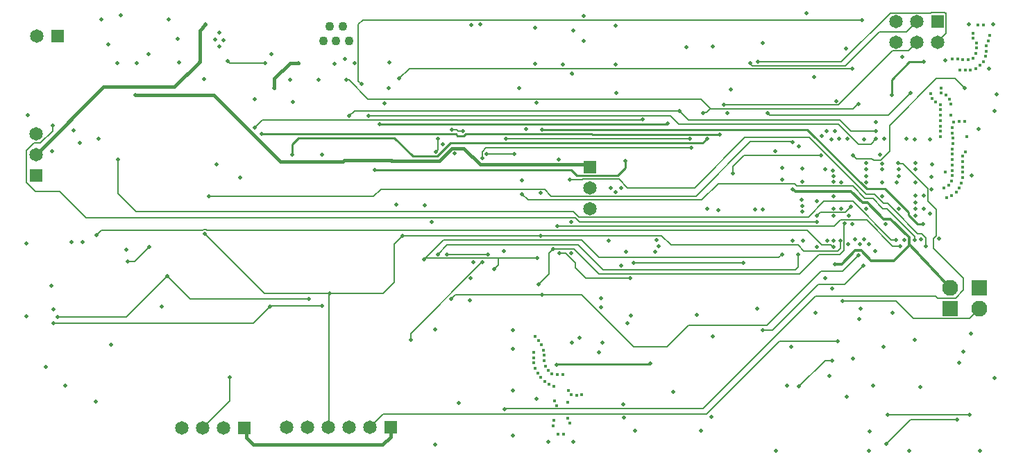
<source format=gbl>
G04*
G04 #@! TF.GenerationSoftware,Altium Limited,Altium Designer,21.6.4 (81)*
G04*
G04 Layer_Physical_Order=4*
G04 Layer_Color=16711680*
%FSLAX44Y44*%
%MOMM*%
G71*
G04*
G04 #@! TF.SameCoordinates,E4B945DB-FB87-47C5-857E-45FB9DAC6770*
G04*
G04*
G04 #@! TF.FilePolarity,Positive*
G04*
G01*
G75*
%ADD11C,0.2000*%
%ADD12C,0.1500*%
%ADD13C,0.2540*%
%ADD173C,0.3000*%
%ADD176C,0.4000*%
%ADD177C,0.3500*%
%ADD179C,0.1650*%
%ADD186C,1.6500*%
%ADD187R,1.6500X1.6500*%
%ADD188R,1.6500X1.6500*%
%ADD189C,1.1000*%
%ADD190R,1.9500X1.9500*%
%ADD191C,1.9500*%
%ADD192C,0.5000*%
%ADD193C,0.4000*%
D11*
X704420Y317626D02*
G03*
X700212Y317628I-2110J-10286D01*
G01*
X704420Y317626D02*
G03*
X704779Y317590I377J1964D01*
G01*
X699833D02*
G03*
X700212Y317628I-10J2000D01*
G01*
X704420Y317626D02*
Y317626D01*
X699833Y317590D02*
X699833D01*
X627290D02*
X699833D01*
X1112520Y261620D02*
Y271822D01*
X1107483Y276860D02*
X1112520Y271822D01*
X1075948Y194310D02*
X1096838Y173420D01*
X1165290D01*
X1177290Y185420D01*
X737712Y343240D02*
X748212Y332740D01*
X693282Y343240D02*
X737712D01*
X692943Y342900D02*
X693282Y343240D01*
X678180Y342900D02*
X692943D01*
X951899Y337717D02*
X954880Y334737D01*
X1022925D01*
X859200Y337717D02*
X951899D01*
X839072Y317590D02*
X859200Y337717D01*
X704779Y317590D02*
X839072D01*
X748212Y332740D02*
X830366D01*
X891652Y394026D01*
X969870D01*
X1102313Y276860D02*
X1107483D01*
X1074202Y304971D02*
X1102313Y276860D01*
X1065483Y313690D02*
X1074202Y304971D01*
Y304971D02*
Y304971D01*
X1060450Y313690D02*
X1065483D01*
X1049232Y324908D02*
X1060450Y313690D01*
X1060088Y307340D02*
X1064484D01*
X1098550Y273274D01*
X1047661Y319767D02*
X1060088Y307340D01*
X1037894Y319767D02*
X1047661D01*
X1022925Y334737D02*
X1037894Y319767D01*
X1038987Y324908D02*
X1049232D01*
X969870Y394026D02*
X1038987Y324908D01*
X1098550Y269240D02*
Y273274D01*
X1011052Y194310D02*
X1075948D01*
X619760Y325120D02*
X627290Y317590D01*
D12*
X700955Y297180D02*
G03*
X703665Y297180I1355J10160D01*
G01*
X1077458Y546100D02*
G03*
X1074747Y546100I-1355J-10160D01*
G01*
X1102858D02*
G03*
X1100147Y546100I-1355J-10160D01*
G01*
X1136787Y545645D02*
G03*
X1136632Y545798I-1129J-987D01*
G01*
X907080Y486084D02*
X1009070D01*
X1069086Y546100D01*
X1121410Y259080D02*
X1158240Y222250D01*
Y207772D02*
Y222250D01*
X1121410Y259080D02*
Y270246D01*
X1125220Y274056D01*
X1148588Y198120D02*
X1158240Y207772D01*
X1125220Y274056D02*
Y306070D01*
X1114909Y316381D02*
X1125220Y306070D01*
X1114909Y316381D02*
Y331621D01*
X1084137Y362393D02*
X1114909Y331621D01*
X1079141Y362393D02*
X1084137D01*
X1012190Y256305D02*
Y286653D01*
X1013460Y287923D01*
Y288870D01*
X890138Y371978D02*
X984003D01*
X877189Y350520D02*
Y359029D01*
X890138Y371978D01*
X665480Y252730D02*
X672410D01*
X684530Y240610D01*
Y234950D02*
Y240610D01*
X652780Y252730D02*
X657860Y257810D01*
X683260D02*
X713577Y227493D01*
X652780Y227692D02*
Y252730D01*
X657860Y257810D02*
X683260D01*
X684530Y234950D02*
X697412Y222068D01*
X751840D01*
X1023620Y372110D02*
X1027430Y368300D01*
X1046480D02*
X1048386Y366394D01*
X1027430Y368300D02*
X1046480D01*
X1048386Y366394D02*
X1056980D01*
X533783Y403860D02*
X539796D01*
X533565Y403642D02*
X533783Y403860D01*
X539796D02*
X541574Y402082D01*
X483870Y147320D02*
Y155005D01*
X569784Y240919D02*
X570821D01*
X483870Y155005D02*
X569784Y240919D01*
X570821D02*
X571491Y241588D01*
X977900Y200660D02*
X1123950D01*
X840357Y63117D02*
X977900Y200660D01*
X1123950D02*
X1126490Y198120D01*
X1148588D01*
X431800Y440690D02*
X838200D01*
X405130Y464820D02*
X405719Y464231D01*
X408259D02*
X431800Y440690D01*
X405719Y464231D02*
X408259D01*
X1029318Y434664D02*
X1030028D01*
X1020415Y401985D02*
X1051095D01*
X1007110Y415290D02*
X1020415Y401985D01*
X1045169Y386080D02*
X1051279Y392190D01*
X1005840Y410210D02*
X1029970Y386080D01*
X1045169D01*
X713740Y247650D02*
X933137D01*
X936836Y251349D01*
X590550Y246733D02*
X638461D01*
X501670D02*
X590550D01*
X473710Y274320D02*
X642620D01*
X956113Y262890D02*
X963365Y255638D01*
X789940Y274320D02*
X801370Y262890D01*
X642620Y274320D02*
X789940D01*
X801370Y262890D02*
X956113D01*
X1025595Y269686D02*
X1026160Y269121D01*
X703665Y297180D02*
X969010D01*
X700955D02*
X700955D01*
X689055D02*
X700955D01*
X849124Y428754D02*
X849630Y429260D01*
X844921Y424551D02*
X849124Y428754D01*
X952729Y232560D02*
X956310Y236142D01*
Y251460D01*
X575691Y381381D02*
X826143D01*
X570958Y368670D02*
Y376648D01*
X575691Y381381D01*
X598840Y62900D02*
X600581D01*
X598170Y62230D02*
X598840Y62900D01*
X600581D02*
X600799Y63117D01*
X840357D01*
X647010Y330890D02*
X655412Y322488D01*
X831758D02*
X898398Y389128D01*
X655412Y322488D02*
X831758D01*
X924706Y158750D02*
X980586Y214630D01*
X1013460D01*
X913130Y158750D02*
X924706D01*
X713577Y227493D02*
X958061D01*
X981693Y251126D02*
X1007011D01*
X958061Y227493D02*
X981693Y251126D01*
X524177Y269240D02*
X692150D01*
X713740Y247650D01*
X688340Y262890D02*
X718670Y232560D01*
X528320Y262890D02*
X688340D01*
X718670Y232560D02*
X952729D01*
X127000Y325501D02*
Y367030D01*
Y325501D02*
X148635Y303866D01*
X1148080Y466090D02*
X1159510Y454660D01*
X1125220Y466090D02*
X1148080D01*
X1068070Y408940D02*
X1125220Y466090D01*
X1066800Y421640D02*
X1093470Y448310D01*
X922109Y421640D02*
X1066800D01*
X919480Y424180D02*
X919569D01*
X922109Y421640D01*
X822960Y415290D02*
X1007110D01*
X811530Y426720D02*
X822960Y415290D01*
X800259Y420465D02*
X810514Y410210D01*
X1005840D01*
X838200Y440690D02*
X849630Y429260D01*
X840675Y424551D02*
X844921D01*
X1023408Y428754D02*
X1029318Y434664D01*
X849124Y428754D02*
X1023408D01*
X1007011Y251126D02*
X1012190Y256305D01*
X1004938Y255638D02*
X1007690Y258390D01*
X963365Y255638D02*
X1004938D01*
X434340Y40640D02*
X450497Y56797D01*
X844596D02*
X933230Y145431D01*
X450497Y56797D02*
X844596D01*
X933230Y145431D02*
X1005078D01*
X1013460Y214630D02*
X1036320Y237490D01*
X918210Y165100D02*
X984250Y231140D01*
X1010920D01*
X822960Y165100D02*
X918210D01*
X796290Y138430D02*
X822960Y165100D01*
X756158Y138430D02*
X796290D01*
X137160Y175260D02*
X186690Y224790D01*
X53340Y175260D02*
X137160D01*
X186690Y224790D02*
X214630Y196850D01*
X359410D01*
X516890Y251460D02*
X528320Y262890D01*
X1000760Y285750D02*
X1008380Y293370D01*
X662940Y285750D02*
X1000760D01*
X689353Y291084D02*
X979170D01*
X684527Y295910D02*
X689353Y291084D01*
X682369Y303866D02*
X689055Y297180D01*
X969010D02*
X988060Y316230D01*
X106426Y280670D02*
X229856D01*
X234964D02*
X967740D01*
X234274Y281360D02*
X234964Y280670D01*
X229856D02*
X230546Y281360D01*
X100330Y274574D02*
X106426Y280670D01*
X967740D02*
X985520Y262890D01*
X230546Y281360D02*
X234274D01*
X26035Y328295D02*
X55245D01*
X87630Y295910D02*
X684527D01*
X55245Y328295D02*
X87630Y295910D01*
X15240Y339090D02*
X26035Y328295D01*
X15240Y339090D02*
Y378079D01*
X24511Y387350D01*
X32258D02*
X46990Y402082D01*
X24511Y387350D02*
X32258D01*
X1069086Y546100D02*
X1074747D01*
X1077458D02*
X1100147D01*
X1102858D02*
X1117734D01*
X1117824Y546190D01*
X1135981D01*
X1136071Y546100D01*
X1136279D01*
X1136632Y545798D01*
X1136787Y545645D02*
X1137158Y545221D01*
Y520796D02*
Y545221D01*
X1126902Y510540D02*
X1137158Y520796D01*
X1088802Y523240D02*
X1101503Y535940D01*
X1055624Y523240D02*
X1088802D01*
X1013968Y481584D02*
X1055624Y523240D01*
X900684Y481584D02*
X1013968D01*
X897636Y484632D02*
X900684Y481584D01*
X1090922Y499959D02*
X1101503Y510540D01*
X1071460Y499959D02*
X1090922D01*
X1005586Y434086D02*
X1071460Y499959D01*
X865730Y434086D02*
X1005586D01*
X541574Y402082D02*
X547370D01*
X755650Y241300D02*
X889698D01*
X292100Y167640D02*
X312621Y188161D01*
X48260Y167640D02*
X292100D01*
X375751Y188161D02*
X375951Y188361D01*
X312621Y188161D02*
X375751D01*
X305635Y203635D02*
X384634D01*
X384087Y41187D02*
Y203088D01*
X384634Y203635D02*
X450015D01*
X463550Y217170D01*
X383540Y40640D02*
X384087Y41187D01*
Y203088D02*
X384634Y203635D01*
X232410Y276860D02*
X305635Y203635D01*
X1080770Y261620D02*
X1080837Y261687D01*
X1071880Y261620D02*
X1080770D01*
X1040130Y293370D02*
X1071880Y261620D01*
X1070221Y269046D02*
X1075642D01*
X1023038Y316230D02*
X1070221Y269046D01*
X514604Y376597D02*
Y376939D01*
X585470Y233680D02*
X585742D01*
X590550Y238488D02*
Y246380D01*
X585742Y233680D02*
X590550Y238488D01*
X501670Y246733D02*
X524177Y269240D01*
X500380Y245443D02*
X501670Y246733D01*
X415544Y426720D02*
X811530D01*
X408940Y420116D02*
X415544Y426720D01*
X824658Y392850D02*
X824709Y392799D01*
X600343Y392850D02*
X824658D01*
X600292Y392901D02*
X600343Y392850D01*
X576120Y374157D02*
X576427Y373850D01*
X610228D01*
X610535Y373543D01*
X795607Y410016D02*
X796363Y410772D01*
X302586Y415616D02*
X766764D01*
X293370Y406400D02*
X302586Y415616D01*
X766764D02*
X767113Y415965D01*
X840304Y424180D02*
X840675Y424551D01*
X796363Y410772D02*
X797310D01*
X1051279Y392190D02*
X1051298D01*
X1065530Y55880D02*
X1165860D01*
X516890Y379225D02*
Y392430D01*
X514604Y376939D02*
X516890Y379225D01*
X692658Y201930D02*
X756158Y138430D01*
X1010920Y231140D02*
X1029970Y250190D01*
X229870Y39370D02*
X262890Y72390D01*
Y101600D01*
X898398Y389128D02*
X949452D01*
X949960Y388620D01*
X138430Y242570D02*
X147320D01*
X165100Y260350D01*
X661670Y116840D02*
X662305Y117475D01*
X775335D02*
X775970Y118110D01*
X1020778Y309578D02*
Y309646D01*
X1014040Y302840D02*
X1020778Y309578D01*
X996058Y262890D02*
X998543Y260405D01*
X1007690Y258390D02*
Y267970D01*
X988060Y316230D02*
X1023038D01*
X148635Y303866D02*
X682369D01*
X998543Y260405D02*
X999490D01*
X1056980Y366394D02*
X1068070Y377484D01*
Y408940D01*
X643890Y201930D02*
X692658D01*
X538480D02*
X643890D01*
X983560Y302840D02*
X1014040D01*
X1078476Y363059D02*
X1079141Y362393D01*
X1008380Y293370D02*
X1040130D01*
X979170Y298450D02*
X983560Y302840D01*
X985520Y262890D02*
X996058D01*
X46990Y402082D02*
Y408940D01*
X447369Y330890D02*
X647010D01*
X438331Y321852D02*
X447369Y330890D01*
X432831Y420465D02*
X800259D01*
X432490Y420806D02*
X432831Y420465D01*
X237743Y321852D02*
X438331D01*
X469900Y466090D02*
X482092Y478282D01*
X1022858D01*
X957580Y90170D02*
X989330Y121920D01*
X998220D01*
X463550Y217170D02*
Y264160D01*
X473710Y274320D01*
X639826Y214738D02*
X652780Y227692D01*
X533400Y196850D02*
X538480Y201930D01*
X425450Y537464D02*
X1034542D01*
X528320Y251460D02*
X577850D01*
X1093786Y49846D02*
X1150428D01*
X1064260Y20320D02*
X1093786Y49846D01*
X260439Y487680D02*
X262979Y485140D01*
X306070D01*
X260350Y487680D02*
X260439D01*
X419989Y463169D02*
X423490Y459668D01*
X419989Y463169D02*
Y532003D01*
X425450Y537464D01*
D13*
X550477Y398090D02*
X704869D01*
X705140Y397819D01*
X860197D01*
X860609Y397407D01*
X548627Y396240D02*
X550477Y398090D01*
X679773Y354007D02*
X686410Y347370D01*
X735990D02*
X745490Y356870D01*
X686410Y347370D02*
X735990D01*
X643890Y403860D02*
X967647D01*
X1040037Y331470D01*
X1062357D01*
X1090930Y299434D02*
X1102074Y288290D01*
X1090930Y299434D02*
Y302897D01*
X1102074Y288290D02*
X1108710D01*
X1062357Y331470D02*
X1090930Y302897D01*
X439936Y354007D02*
X679773D01*
X1070610Y464820D02*
X1092200Y486410D01*
X1109980D01*
X1070610Y445770D02*
Y464820D01*
X516321Y371039D02*
X532307Y387024D01*
X445964Y410016D02*
X795607D01*
X445770Y410210D02*
X445964Y410016D01*
X338927Y385917D02*
X346710Y393700D01*
X338927Y373188D02*
Y385917D01*
X346710Y393700D02*
X463550D01*
X486211Y371039D01*
X451094Y398622D02*
X538638D01*
X541020Y396240D01*
X548627D01*
X450936Y398780D02*
X451094Y398622D01*
X532307Y387024D02*
X839990D01*
X845323Y392356D01*
X662305Y117475D02*
X775335D01*
X302260Y398780D02*
X450936D01*
X745490Y356870D02*
Y365760D01*
X486211Y371039D02*
X516321D01*
D173*
X1045582Y243840D02*
X1073150D01*
X1092411Y263101D01*
X1009921Y239678D02*
X1026273Y256030D01*
X1033392D02*
X1045582Y243840D01*
X1026273Y256030D02*
X1033392D01*
X1001397Y239678D02*
X1009921D01*
D176*
X226476Y487006D02*
Y524926D01*
X233680Y532130D01*
X226409Y486939D02*
X226476Y487006D01*
X283687Y27463D02*
X292100Y19050D01*
X449580D02*
X459263Y28733D01*
X292100Y19050D02*
X449580D01*
X336550Y485140D02*
X346710D01*
X317500Y466090D02*
X336550Y485140D01*
X317500Y454660D02*
Y466090D01*
X109128Y455930D02*
X195533D01*
X26577Y373380D02*
X109128Y455930D01*
X195533D02*
X226476Y486873D01*
X548570Y381000D02*
X568798Y360772D01*
X533702Y381000D02*
X548570D01*
X518498Y365796D02*
X533702Y381000D01*
X680720Y472169D02*
Y472440D01*
X147574Y446278D02*
X243360D01*
X459263Y40163D02*
X459740Y40640D01*
X459263Y28733D02*
Y40163D01*
X280670Y39370D02*
X283687Y36353D01*
Y27463D02*
Y36353D01*
X699678Y360772D02*
X702310Y358140D01*
X568798Y360772D02*
X699678D01*
X324758Y364880D02*
X401316D01*
X460438Y365796D02*
X518498D01*
X460365Y365869D02*
X460438Y365796D01*
X402306Y365869D02*
X460365D01*
X401316Y364880D02*
X402306Y365869D01*
X243360Y446278D02*
X324758Y364880D01*
D177*
X1092411Y263101D02*
X1141730Y210820D01*
X949960Y330962D02*
X950254D01*
X952760Y328456D02*
X1021186D01*
X1035379Y314263D01*
X950254Y330962D02*
X952760Y328456D01*
X1041261Y314263D02*
X1060884Y294640D01*
X1069443D02*
X1092107Y271976D01*
X1060884Y294640D02*
X1069443D01*
X1092107Y263417D02*
Y271976D01*
X1035379Y314263D02*
X1041261D01*
D179*
X383382Y525308D02*
X384940Y529810D01*
D186*
X1076103Y510540D02*
D03*
X26577Y398780D02*
D03*
Y373380D02*
D03*
X1126902Y510540D02*
D03*
X1101503Y535940D02*
D03*
Y510540D02*
D03*
X1076103Y535940D02*
D03*
X27940Y518160D02*
D03*
X702310Y332740D02*
D03*
Y307340D02*
D03*
X434340Y40640D02*
D03*
X408940D02*
D03*
X383540D02*
D03*
X358140D02*
D03*
X332740D02*
D03*
X255270Y39370D02*
D03*
X229870D02*
D03*
X204470D02*
D03*
D187*
X1126902Y535940D02*
D03*
X53340Y518160D02*
D03*
X459740Y40640D02*
D03*
X280670Y39370D02*
D03*
D188*
X26577Y347980D02*
D03*
X702310Y358140D02*
D03*
D189*
X408940Y511810D02*
D03*
X400940Y529810D02*
D03*
X392940Y511810D02*
D03*
X384940Y529810D02*
D03*
X376940Y511810D02*
D03*
D190*
X1141730Y185420D02*
D03*
X1177290Y210820D02*
D03*
D191*
X1141730D02*
D03*
X1177290Y185420D02*
D03*
D192*
X681990Y524510D02*
D03*
X233680Y532130D02*
D03*
X907080Y486084D02*
D03*
X913384Y509016D02*
D03*
X46139Y376894D02*
D03*
X72390Y402590D02*
D03*
X1108710Y288290D02*
D03*
X1022350D02*
D03*
X1013460Y288870D02*
D03*
X928370Y377190D02*
D03*
X845201Y306837D02*
D03*
X679450Y290830D02*
D03*
Y252730D02*
D03*
X984003Y371978D02*
D03*
X665480Y252730D02*
D03*
X657860Y257810D02*
D03*
X1056127Y372688D02*
D03*
X877189Y350520D02*
D03*
X751840Y222068D02*
D03*
X783590Y269240D02*
D03*
X165100Y260350D02*
D03*
X533565Y403642D02*
D03*
X483870Y147320D02*
D03*
X998220Y209550D02*
D03*
X716183Y197697D02*
D03*
X1023462Y123719D02*
D03*
X961070Y318080D02*
D03*
X961102Y310760D02*
D03*
X961146Y303205D02*
D03*
X984861Y395911D02*
D03*
X860609Y397407D02*
D03*
X991351Y401964D02*
D03*
X1001483Y402021D02*
D03*
X1006622Y392264D02*
D03*
X1016814Y392098D02*
D03*
X1051095Y401985D02*
D03*
X1036750Y391833D02*
D03*
X1061578Y392164D02*
D03*
X1088446D02*
D03*
X1098488Y392054D02*
D03*
X1117302D02*
D03*
X936836Y251349D02*
D03*
X950016Y267969D02*
D03*
X962775Y268042D02*
D03*
X979212Y260551D02*
D03*
X1025595Y269686D02*
D03*
X1017253Y263834D02*
D03*
X1037141Y270002D02*
D03*
X1031684Y263834D02*
D03*
X1106162Y269343D02*
D03*
X1112520Y261620D02*
D03*
X956310Y251460D02*
D03*
X642620Y274320D02*
D03*
X929640Y11430D02*
D03*
X1092200D02*
D03*
X1178560D02*
D03*
X1042670D02*
D03*
X186690Y224790D02*
D03*
X662940Y285750D02*
D03*
X744220Y52070D02*
D03*
X69956Y266757D02*
D03*
X1043940Y35560D02*
D03*
X755650Y241300D02*
D03*
X947795Y138822D02*
D03*
X904240Y306070D02*
D03*
X913130D02*
D03*
X359410Y196850D02*
D03*
X375951Y188361D02*
D03*
X384634Y203635D02*
D03*
X1080837Y261687D02*
D03*
X1075642Y269046D02*
D03*
X1086372Y269325D02*
D03*
X1098550Y269240D02*
D03*
X537254Y374734D02*
D03*
X514604Y376597D02*
D03*
X522628Y386099D02*
D03*
X585470Y233680D02*
D03*
X638461Y246733D02*
D03*
X1159510Y454660D02*
D03*
X824709Y392799D02*
D03*
X826143Y381381D02*
D03*
X610535Y373543D02*
D03*
X576120Y374157D02*
D03*
X600292Y392901D02*
D03*
X445770Y410210D02*
D03*
X338927Y373188D02*
D03*
X375273Y372931D02*
D03*
X811530Y426720D02*
D03*
X767113Y415965D02*
D03*
X845323Y392356D02*
D03*
X637540Y436190D02*
D03*
X624426Y404691D02*
D03*
X797310Y410772D02*
D03*
X557767Y531007D02*
D03*
X734527Y448540D02*
D03*
X439936Y354007D02*
D03*
X678180Y342900D02*
D03*
X1051298Y392190D02*
D03*
X1065530Y55880D02*
D03*
X1165860D02*
D03*
X1016000Y77470D02*
D03*
X127000Y367030D02*
D03*
X740410Y237490D02*
D03*
X746760Y254436D02*
D03*
X717543Y143517D02*
D03*
X713160Y132080D02*
D03*
X727710Y332740D02*
D03*
X734060Y327660D02*
D03*
X740410Y332740D02*
D03*
X725170Y267970D02*
D03*
X742950Y68580D02*
D03*
X913130Y158750D02*
D03*
X906780Y185420D02*
D03*
X1036320Y237490D02*
D03*
X989330Y222250D02*
D03*
X262890Y101600D02*
D03*
X949960Y388620D02*
D03*
X293370Y406400D02*
D03*
X661670Y116840D02*
D03*
X637540Y74930D02*
D03*
X680720Y143510D02*
D03*
X598170Y62230D02*
D03*
X542290Y69850D02*
D03*
X651510Y22860D02*
D03*
X681990D02*
D03*
X775970Y118110D02*
D03*
X689610Y149860D02*
D03*
X1009187Y306960D02*
D03*
X1020778Y309646D02*
D03*
X1063182Y288180D02*
D03*
X1042670Y264160D02*
D03*
X997033Y391947D02*
D03*
X957580Y383540D02*
D03*
X961763Y355935D02*
D03*
X961390Y340360D02*
D03*
X937260Y356870D02*
D03*
Y342900D02*
D03*
X949960Y330962D02*
D03*
X1001397Y239678D02*
D03*
X991870Y267970D02*
D03*
X999490D02*
D03*
X1007690D02*
D03*
X999490Y260405D02*
D03*
X1127956Y270428D02*
D03*
X1050290Y255270D02*
D03*
X1029970Y250190D02*
D03*
X1051015Y412682D02*
D03*
X1003234Y438626D02*
D03*
X1030028Y434790D02*
D03*
X1017986Y298951D02*
D03*
X999097Y353837D02*
D03*
X989452Y354901D02*
D03*
X999204Y346931D02*
D03*
X999316Y340360D02*
D03*
X1009323Y339487D02*
D03*
X999490Y322580D02*
D03*
X979170Y316230D02*
D03*
Y298450D02*
D03*
Y291084D02*
D03*
X1117570Y300960D02*
D03*
X1099820Y298450D02*
D03*
X1099404Y306924D02*
D03*
X1109281Y307162D02*
D03*
X1078952Y306939D02*
D03*
X1039277Y306822D02*
D03*
X1059180Y322580D02*
D03*
Y339090D02*
D03*
X1039575Y339450D02*
D03*
X1039334Y346934D02*
D03*
X1039092Y355005D02*
D03*
Y362683D02*
D03*
X1023620Y372110D02*
D03*
X1059160Y362458D02*
D03*
X1059055Y355097D02*
D03*
X1078810Y346735D02*
D03*
X1076960Y338960D02*
D03*
X1078810Y355252D02*
D03*
X1078476Y363059D02*
D03*
X1099130Y362960D02*
D03*
Y355518D02*
D03*
Y339193D02*
D03*
X1099368Y323032D02*
D03*
X1109346Y323057D02*
D03*
X1119409Y330876D02*
D03*
X1119409Y345654D02*
D03*
X1119551Y360942D02*
D03*
X1099368Y314960D02*
D03*
X999385Y298794D02*
D03*
X999490Y307340D02*
D03*
X1195681Y426532D02*
D03*
X1109980Y486410D02*
D03*
X1070610Y445770D02*
D03*
X1189376Y478420D02*
D03*
X1136031Y487954D02*
D03*
X1093470Y448310D02*
D03*
X1083310Y492760D02*
D03*
X1198880Y447040D02*
D03*
X1164590Y532130D02*
D03*
X977900Y180340D02*
D03*
X1010920Y194310D02*
D03*
X1032510Y185420D02*
D03*
X1194580Y532130D02*
D03*
X889698Y241300D02*
D03*
X106680Y538480D02*
D03*
X302260Y398780D02*
D03*
X188580Y538017D02*
D03*
X246957Y361317D02*
D03*
X1060450Y138430D02*
D03*
X994338Y102870D02*
D03*
X942703Y90776D02*
D03*
X1105111Y89593D02*
D03*
X1071643Y179946D02*
D03*
X1098564Y146904D02*
D03*
X1196340Y100330D02*
D03*
X1157613Y132439D02*
D03*
X1167754Y347416D02*
D03*
X1176183Y404427D02*
D03*
X1014730Y502920D02*
D03*
X975501Y468283D02*
D03*
X869846Y424177D02*
D03*
X874530Y452754D02*
D03*
X851985Y504837D02*
D03*
X820317Y504621D02*
D03*
X635706Y528213D02*
D03*
X664670Y366711D02*
D03*
X858955Y305022D02*
D03*
X748030Y167640D02*
D03*
X752777Y176922D02*
D03*
X832636Y177304D02*
D03*
X852170Y151130D02*
D03*
X804375Y83674D02*
D03*
X850782Y52766D02*
D03*
X837616Y36490D02*
D03*
X757275Y36490D02*
D03*
X513598Y18903D02*
D03*
X608439Y29925D02*
D03*
X608612Y84886D02*
D03*
X608608Y136289D02*
D03*
X608700Y159238D02*
D03*
X513820Y159294D02*
D03*
X597042Y255093D02*
D03*
X560070Y241682D02*
D03*
X557158Y221929D02*
D03*
X570958Y368670D02*
D03*
X733532Y483000D02*
D03*
X734060Y530860D02*
D03*
X694690Y542290D02*
D03*
X669011Y482834D02*
D03*
X635145Y483787D02*
D03*
X568516Y531990D02*
D03*
X457015Y454062D02*
D03*
X458008Y485891D02*
D03*
X415260Y484421D02*
D03*
X391249Y483905D02*
D03*
X340431Y437435D02*
D03*
X314019Y495428D02*
D03*
X244891Y513375D02*
D03*
X255258Y513040D02*
D03*
X250190Y505460D02*
D03*
Y521970D02*
D03*
X231824Y465182D02*
D03*
X201123Y485715D02*
D03*
X149793Y484846D02*
D03*
X125635Y484556D02*
D03*
X114691Y507395D02*
D03*
X129841Y543625D02*
D03*
X136584Y257229D02*
D03*
X83613Y266217D02*
D03*
X118145Y141036D02*
D03*
X99932Y71796D02*
D03*
X38842Y113858D02*
D03*
X14992Y175714D02*
D03*
X45720Y213360D02*
D03*
X15097Y264368D02*
D03*
X102870Y392430D02*
D03*
X80010Y387350D02*
D03*
X16510Y421640D02*
D03*
X46990Y408940D02*
D03*
X966470Y546100D02*
D03*
X317500Y454660D02*
D03*
X346710Y485140D02*
D03*
X293370Y440690D02*
D03*
X405130Y464820D02*
D03*
X403860Y490220D02*
D03*
X180340Y187960D02*
D03*
X500771Y311505D02*
D03*
X465938Y312049D02*
D03*
X138430Y242570D02*
D03*
X275590Y345440D02*
D03*
X237743Y321852D02*
D03*
X469900Y466090D02*
D03*
X1153160Y119380D02*
D03*
X1167130Y154940D02*
D03*
X547370Y402082D02*
D03*
X694690Y511810D02*
D03*
X199390Y514350D02*
D03*
X781630Y254436D02*
D03*
X786130Y261620D02*
D03*
X998220Y121920D02*
D03*
X473710Y274320D02*
D03*
X312420Y187960D02*
D03*
X232410Y276860D02*
D03*
X53340Y175260D02*
D03*
X48260Y167640D02*
D03*
X509270Y290830D02*
D03*
X533400Y196850D02*
D03*
X643890Y201930D02*
D03*
X516890Y392430D02*
D03*
X745490Y365760D02*
D03*
X619760Y341630D02*
D03*
Y325120D02*
D03*
X615950Y454660D02*
D03*
X680720Y472440D02*
D03*
X643890Y403860D02*
D03*
X1047750Y91440D02*
D03*
X919480Y424180D02*
D03*
X840304D02*
D03*
X957580Y90170D02*
D03*
X642620Y326390D02*
D03*
X528320Y251460D02*
D03*
X577850D02*
D03*
X1064260Y20320D02*
D03*
X1031240Y172720D02*
D03*
X260350Y487680D02*
D03*
X306070Y485140D02*
D03*
X556006Y195238D02*
D03*
X516890Y251460D02*
D03*
X62230Y91440D02*
D03*
X571491Y241588D02*
D03*
X371735Y464820D02*
D03*
X336550D02*
D03*
X716280Y186690D02*
D03*
X452120Y435610D02*
D03*
X163538Y495554D02*
D03*
X432490Y420806D02*
D03*
X226476Y486873D02*
D03*
X865730Y434086D02*
D03*
X1022858Y478282D02*
D03*
X408940Y420116D02*
D03*
X1005078Y145431D02*
D03*
X500380Y245443D02*
D03*
X423490Y459668D02*
D03*
X1034542Y537464D02*
D03*
X897636Y484632D02*
D03*
X1150428Y49846D02*
D03*
X47752Y184404D02*
D03*
X100330Y274574D02*
D03*
X639826Y214738D02*
D03*
X147574Y446278D02*
D03*
D193*
X659091Y72884D02*
D03*
X661840Y66949D02*
D03*
X658177Y48451D02*
D03*
X657922Y41916D02*
D03*
X663494Y31572D02*
D03*
X670034D02*
D03*
X678118Y45794D02*
D03*
X675269Y51681D02*
D03*
X675072Y71155D02*
D03*
X633587Y131819D02*
D03*
X633900Y125287D02*
D03*
X634260Y118757D02*
D03*
X635817Y112405D02*
D03*
X638567Y106471D02*
D03*
X642352Y101138D02*
D03*
X647046Y96584D02*
D03*
X652491Y92961D02*
D03*
X658304Y89965D02*
D03*
X676215Y85366D02*
D03*
X679591Y79764D02*
D03*
X686122Y79422D02*
D03*
X692652Y79788D02*
D03*
X669246Y104728D02*
D03*
X662707Y104616D02*
D03*
X656188Y105148D02*
D03*
X651363Y109563D02*
D03*
X648007Y115176D02*
D03*
X646404Y121517D02*
D03*
X646260Y128055D02*
D03*
X645632Y134565D02*
D03*
X643289Y140671D02*
D03*
X639518Y146014D02*
D03*
X635195Y150922D02*
D03*
X1182661Y531038D02*
D03*
X1176121D02*
D03*
X1169732Y521598D02*
D03*
X1169808Y515058D02*
D03*
X1173650Y509766D02*
D03*
Y503226D02*
D03*
X1173475Y496688D02*
D03*
X1170127Y491070D02*
D03*
X1164025Y488717D02*
D03*
X1157485Y488701D02*
D03*
X1151082Y490035D02*
D03*
X1144544Y489897D02*
D03*
X1153567Y476125D02*
D03*
X1160104Y476340D02*
D03*
X1166639Y476592D02*
D03*
X1172938Y478352D02*
D03*
X1178413Y481929D02*
D03*
X1182659Y486903D02*
D03*
X1185216Y492923D02*
D03*
X1186010Y499414D02*
D03*
Y505954D02*
D03*
X1188536Y511987D02*
D03*
X1189928Y518377D02*
D03*
X1118220Y447861D02*
D03*
X1119718Y441494D02*
D03*
X1124450Y436980D02*
D03*
X1130418Y434305D02*
D03*
Y427766D02*
D03*
Y421226D02*
D03*
Y414686D02*
D03*
Y408146D02*
D03*
Y401606D02*
D03*
Y395066D02*
D03*
X1136255Y351800D02*
D03*
X1142778Y421546D02*
D03*
X1142773Y434626D02*
D03*
X1141068Y440940D02*
D03*
X1136663Y445774D02*
D03*
X1130580Y448177D02*
D03*
X1130949Y454707D02*
D03*
X1152843Y413908D02*
D03*
X1146450Y412531D02*
D03*
X1144782Y406208D02*
D03*
Y399668D02*
D03*
X1145607Y393180D02*
D03*
X1144952Y386673D02*
D03*
X1144494Y380149D02*
D03*
Y373609D02*
D03*
Y367069D02*
D03*
Y360529D02*
D03*
Y353989D02*
D03*
Y347449D02*
D03*
X1143606Y340969D02*
D03*
X1139936Y335556D02*
D03*
X1134189Y332436D02*
D03*
X1137885Y320784D02*
D03*
X1143897Y323359D02*
D03*
X1149067Y327365D02*
D03*
X1153071Y332536D02*
D03*
X1155645Y338548D02*
D03*
X1156702Y345002D02*
D03*
X1156746Y351541D02*
D03*
Y358082D02*
D03*
Y364621D02*
D03*
Y371161D02*
D03*
X1160496Y376520D02*
D03*
X1162211Y394731D02*
D03*
X1159631Y413520D02*
D03*
M02*

</source>
